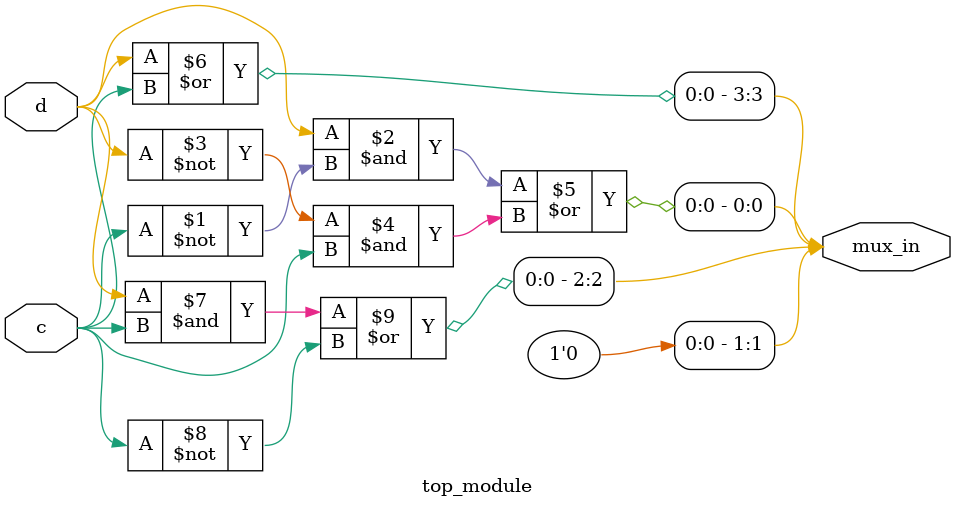
<source format=sv>
module top_module (
    input c,
    input d,
    output [3:0] mux_in
);

    // Based on the provided Karnaugh map, we need to implement the output logic

    // ab = 00
    assign mux_in[0] = d & ~c | ~d & c;

    // ab = 01
    assign mux_in[1] = 0;

    // ab = 11
    assign mux_in[3] = d | c;

    // ab = 10
    assign mux_in[2] = d & c | ~c;

endmodule

</source>
